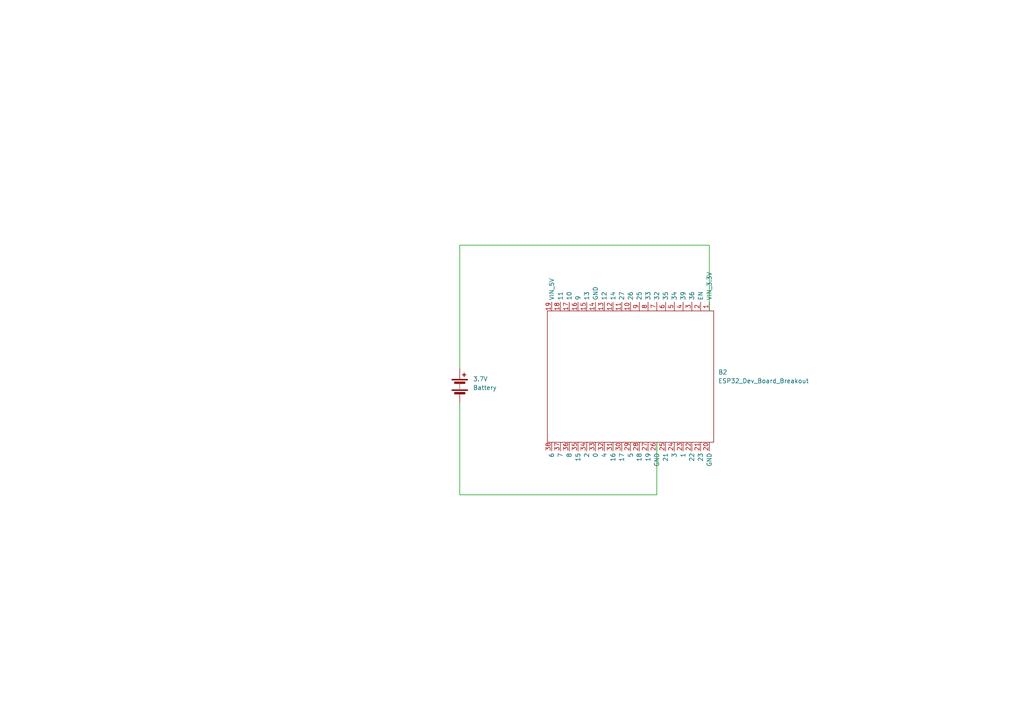
<source format=kicad_sch>
(kicad_sch (version 20250114) (generator "eeschema") (generator_version "9.0")
  (paper "A4")
  (lib_symbols
    (symbol "Breakout board symbols:ESP32_Dev_Board_Breakout"
      (property "Reference" "B" (at 0 12.7 0))
      (property "Value" "ESP32_Dev_Board_Breakout" (at 0 10.16 0))
      (symbol "ESP32_Dev_Board_Breakout_0_1"
        (rectangle (start -19.05 24.13) (end 19.05 -24.13))
        (rectangle (start 19.05 0) (end 19.05 0))
      )
      (symbol "ESP32_Dev_Board_Breakout_1_1"
        (pin power_in line (at -19.05 22.86 180) (length 2.54) (name "VIN_3.3V") (number "1"))
        (pin bidirectional line (at -19.05 20.32 180) (length 2.54) (name "EN") (number "2"))
        (pin bidirectional line (at -19.05 17.78 180) (length 2.54) (name "36") (number "3"))
        (pin bidirectional line (at -19.05 15.24 180) (length 2.54) (name "39") (number "4"))
        (pin bidirectional line (at -19.05 12.7 180) (length 2.54) (name "34") (number "5"))
        (pin bidirectional line (at -19.05 10.16 180) (length 2.54) (name "35") (number "6"))
        (pin bidirectional line (at -19.05 7.62 180) (length 2.54) (name "32") (number "7"))
        (pin bidirectional line (at -19.05 5.08 180) (length 2.54) (name "33") (number "8"))
        (pin bidirectional line (at -19.05 2.54 180) (length 2.54) (name "25") (number "9"))
        (pin bidirectional line (at -19.05 0 180) (length 2.54) (name "26") (number "10"))
        (pin bidirectional line (at -19.05 -2.54 180) (length 2.54) (name "27") (number "11"))
        (pin bidirectional line (at -19.05 -5.08 180) (length 2.54) (name "14") (number "12"))
        (pin bidirectional line (at -19.05 -7.62 180) (length 2.54) (name "12") (number "13"))
        (pin power_in line (at -19.05 -10.16 180) (length 2.54) (name "GND") (number "14"))
        (pin bidirectional line (at -19.05 -12.7 180) (length 2.54) (name "13") (number "15"))
        (pin output line (at -19.05 -15.24 180) (length 2.54) (name "9") (number "16"))
        (pin output line (at -19.05 -17.78 180) (length 2.54) (name "10") (number "17"))
        (pin output line (at -19.05 -20.32 180) (length 2.54) (name "11") (number "18"))
        (pin power_in line (at -19.05 -22.86 180) (length 2.54) (name "VIN_5V") (number "19"))
        (pin power_in line (at 19.05 22.86 0) (length 2.54) (name "GND") (number "20"))
        (pin bidirectional line (at 19.05 20.32 0) (length 2.54) (name "23") (number "21"))
        (pin bidirectional line (at 19.05 17.78 0) (length 2.54) (name "22") (number "22"))
        (pin bidirectional line (at 19.05 15.24 0) (length 2.54) (name "1") (number "23"))
        (pin bidirectional line (at 19.05 12.7 0) (length 2.54) (name "3") (number "24"))
        (pin bidirectional line (at 19.05 10.16 0) (length 2.54) (name "21") (number "25"))
        (pin power_in line (at 19.05 7.62 0) (length 2.54) (name "GND") (number "26"))
        (pin bidirectional line (at 19.05 5.08 0) (length 2.54) (name "19") (number "27"))
        (pin bidirectional line (at 19.05 2.54 0) (length 2.54) (name "18") (number "28"))
        (pin bidirectional line (at 19.05 0 0) (length 2.54) (name "5") (number "29"))
        (pin bidirectional line (at 19.05 -2.54 0) (length 2.54) (name "17") (number "30"))
        (pin bidirectional line (at 19.05 -5.08 0) (length 2.54) (name "16") (number "31"))
        (pin bidirectional line (at 19.05 -7.62 0) (length 2.54) (name "4") (number "32"))
        (pin bidirectional line (at 19.05 -10.16 0) (length 2.54) (name "0") (number "33"))
        (pin bidirectional line (at 19.05 -12.7 0) (length 2.54) (name "2") (number "34"))
        (pin bidirectional line (at 19.05 -15.24 0) (length 2.54) (name "15") (number "35"))
        (pin output line (at 19.05 -17.78 0) (length 2.54) (name "8") (number "36"))
        (pin output line (at 19.05 -20.32 0) (length 2.54) (name "7") (number "37"))
        (pin output line (at 19.05 -22.86 0) (length 2.54) (name "6") (number "38"))
      )
    )
    (symbol "Device:Battery" (pin_numbers (hide yes)) (pin_names (offset 0) (hide yes))
      (property "Reference" "BT" (at 2.54 2.54 0))
      (property "Value" "Battery" (at 2.54 0 0))
      (symbol "Battery_0_1"
        (rectangle (start -2.286 1.778) (end 2.286 1.524) (fill (type outline)))
        (rectangle (start -2.286 -1.27) (end 2.286 -1.524) (fill (type outline)))
        (rectangle (start -1.524 1.016) (end 1.524 0.508) (fill (type outline)))
        (rectangle (start -1.524 -2.032) (end 1.524 -2.54) (fill (type outline)))
        (polyline (pts (xy 0 1.778) (xy 0 2.54)))
        (polyline (pts (xy 0 0) (xy 0 0.254)))
        (polyline (pts (xy 0 -0.508) (xy 0 -0.254)))
        (polyline (pts (xy 0 -1.016) (xy 0 -0.762)))
        (polyline (pts (xy 0.762 3.048) (xy 1.778 3.048)) (stroke (width 0.254)))
        (polyline (pts (xy 1.27 3.556) (xy 1.27 2.54)) (stroke (width 0.254)))
      )
      (symbol "Battery_1_1"
        (pin passive line (at 0 5.08 270) (length 2.54) (name "+") (number "1"))
        (pin passive line (at 0 -5.08 90) (length 2.54) (name "-") (number "2"))
      )
    )
  )
  (wire (pts (xy 133.35 71.12) (xy 205.74 71.12)))
  (wire (pts (xy 133.35 106.68) (xy 133.35 71.12)))
  (wire (pts (xy 133.35 143.51) (xy 190.5 143.51)))
  (wire (pts (xy 205.74 71.12) (xy 205.74 90.17)))
  (wire (pts (xy 190.5 143.51) (xy 190.5 128.27)))
  (wire (pts (xy 133.35 116.84) (xy 133.35 143.51)))
  (symbol (lib_id "Device:Battery") (at 133.35 111.76 0) (unit 1)
    (property "Reference" "3.7V" (at 137.16 109.9184 0) (effects (justify left)))
    (property "Value" "Battery" (at 137.16 112.4584 0) (effects (justify left)))
    (property "Description" "Multiple-cell battery" (effects (hide yes)))
  )
  (symbol (lib_id "Breakout board symbols:ESP32_Dev_Board_Breakout") (at 182.88 109.22 270) (unit 1)
    (property "Reference" "B2" (at 208.28 107.9499 90) (effects (justify left)))
    (property "Value" "ESP32_Dev_Board_Breakout" (at 208.28 110.4899 90) (effects (justify left)))
    (property "Footprint" "footprints:ESP32_Dev_Board_Breakout" (effects (hide yes)))
  )
)
</source>
